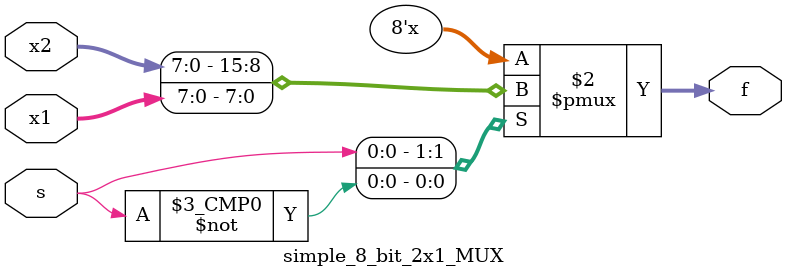
<source format=v>
`timescale 1ns / 1ps


module simple_8_bit_2x1_MUX(
    input [7:0] x1, x2,
    input s,
    output reg [7:0] f
    
    );
    
   always @(x1, x2, s)
    begin
        case(s)
        1: f = x2;
        0: f = x1;
        endcase
    end
    
endmodule

</source>
